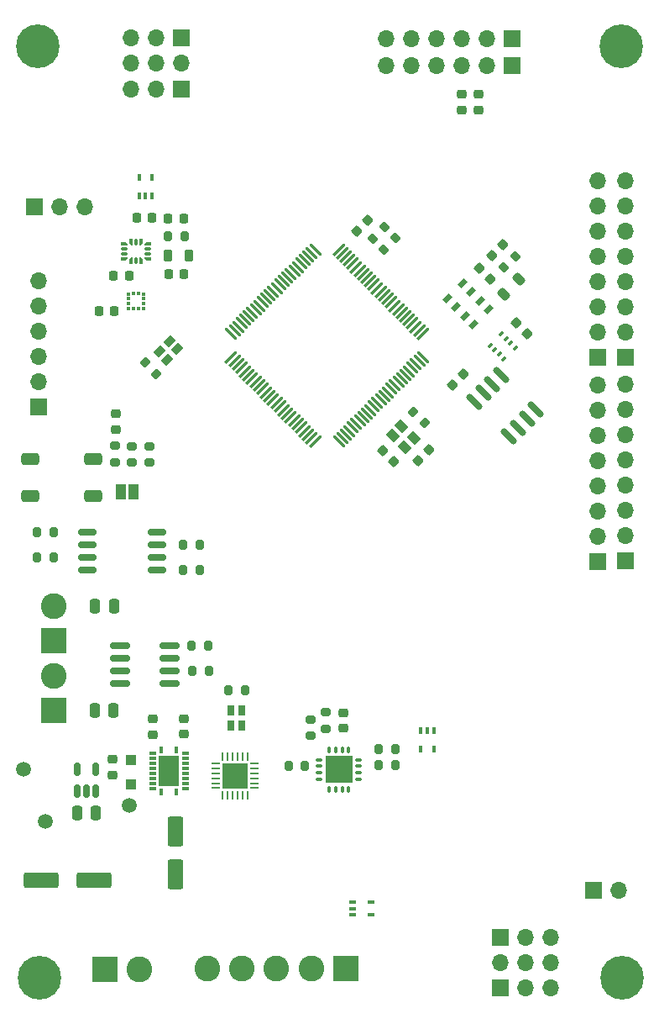
<source format=gbr>
%TF.GenerationSoftware,KiCad,Pcbnew,(6.0.9)*%
%TF.CreationDate,2022-10-31T13:49:51+01:00*%
%TF.ProjectId,marvin_fc_board,6d617276-696e-45f6-9663-5f626f617264,rev?*%
%TF.SameCoordinates,Original*%
%TF.FileFunction,Soldermask,Top*%
%TF.FilePolarity,Negative*%
%FSLAX46Y46*%
G04 Gerber Fmt 4.6, Leading zero omitted, Abs format (unit mm)*
G04 Created by KiCad (PCBNEW (6.0.9)) date 2022-10-31 13:49:51*
%MOMM*%
%LPD*%
G01*
G04 APERTURE LIST*
G04 Aperture macros list*
%AMRoundRect*
0 Rectangle with rounded corners*
0 $1 Rounding radius*
0 $2 $3 $4 $5 $6 $7 $8 $9 X,Y pos of 4 corners*
0 Add a 4 corners polygon primitive as box body*
4,1,4,$2,$3,$4,$5,$6,$7,$8,$9,$2,$3,0*
0 Add four circle primitives for the rounded corners*
1,1,$1+$1,$2,$3*
1,1,$1+$1,$4,$5*
1,1,$1+$1,$6,$7*
1,1,$1+$1,$8,$9*
0 Add four rect primitives between the rounded corners*
20,1,$1+$1,$2,$3,$4,$5,0*
20,1,$1+$1,$4,$5,$6,$7,0*
20,1,$1+$1,$6,$7,$8,$9,0*
20,1,$1+$1,$8,$9,$2,$3,0*%
%AMRotRect*
0 Rectangle, with rotation*
0 The origin of the aperture is its center*
0 $1 length*
0 $2 width*
0 $3 Rotation angle, in degrees counterclockwise*
0 Add horizontal line*
21,1,$1,$2,0,0,$3*%
%AMFreePoly0*
4,1,48,0.036020,0.199191,0.037970,0.199714,0.040958,0.198321,0.057086,0.195477,0.069630,0.184951,0.084467,0.178033,0.290533,-0.028033,0.293203,-0.031847,0.294953,-0.032857,0.296081,-0.035957,0.305473,-0.049370,0.306900,-0.065680,0.312500,-0.081066,0.312500,-0.125000,0.310782,-0.134742,0.311361,-0.138024,0.309695,-0.140910,0.307977,-0.150652,0.295451,-0.165579,0.285709,-0.182453,
0.279350,-0.184767,0.275000,-0.189952,0.255809,-0.193336,0.237500,-0.200000,-0.237500,-0.200000,-0.247242,-0.198282,-0.250524,-0.198861,-0.253410,-0.197195,-0.263152,-0.195477,-0.278079,-0.182951,-0.294953,-0.173209,-0.297267,-0.166850,-0.302452,-0.162500,-0.305836,-0.143309,-0.312500,-0.125000,-0.312500,0.125000,-0.310782,0.134742,-0.311361,0.138024,-0.309695,0.140910,-0.307977,0.150652,
-0.295451,0.165579,-0.285709,0.182453,-0.279350,0.184767,-0.275000,0.189952,-0.255809,0.193336,-0.237500,0.200000,0.031434,0.200000,0.036020,0.199191,0.036020,0.199191,$1*%
%AMFreePoly1*
4,1,48,0.247242,0.198282,0.250524,0.198861,0.253410,0.197195,0.263152,0.195477,0.278079,0.182951,0.294953,0.173209,0.297267,0.166850,0.302452,0.162500,0.305836,0.143309,0.312500,0.125000,0.312500,0.081066,0.311691,0.076480,0.312214,0.074529,0.310820,0.071540,0.307977,0.055414,0.297452,0.042871,0.290533,0.028033,0.084467,-0.178033,0.080653,-0.180703,0.079643,-0.182453,
0.076543,-0.183581,0.063130,-0.192973,0.046819,-0.194400,0.031434,-0.200000,-0.237500,-0.200000,-0.247242,-0.198282,-0.250524,-0.198861,-0.253410,-0.197195,-0.263152,-0.195477,-0.278079,-0.182951,-0.294953,-0.173209,-0.297267,-0.166850,-0.302452,-0.162500,-0.305836,-0.143309,-0.312500,-0.125000,-0.312500,0.125000,-0.310782,0.134742,-0.311361,0.138024,-0.309695,0.140910,-0.307977,0.150652,
-0.295451,0.165579,-0.285709,0.182453,-0.279350,0.184767,-0.275000,0.189952,-0.255809,0.193336,-0.237500,0.200000,0.237500,0.200000,0.247242,0.198282,0.247242,0.198282,$1*%
%AMFreePoly2*
4,1,48,0.134742,0.310782,0.138024,0.311361,0.140910,0.309695,0.150652,0.307977,0.165579,0.295451,0.182453,0.285709,0.184767,0.279350,0.189952,0.275000,0.193336,0.255809,0.200000,0.237500,0.200000,-0.237500,0.198282,-0.247242,0.198861,-0.250524,0.197195,-0.253410,0.195477,-0.263152,0.182951,-0.278079,0.173209,-0.294953,0.166850,-0.297267,0.162500,-0.302452,0.143309,-0.305836,
0.125000,-0.312500,-0.125000,-0.312500,-0.134742,-0.310782,-0.138024,-0.311361,-0.140910,-0.309695,-0.150652,-0.307977,-0.165579,-0.295451,-0.182453,-0.285709,-0.184767,-0.279350,-0.189952,-0.275000,-0.193336,-0.255809,-0.200000,-0.237500,-0.200000,0.031434,-0.199191,0.036020,-0.199714,0.037970,-0.198321,0.040958,-0.195477,0.057086,-0.184951,0.069630,-0.178033,0.084467,0.028033,0.290533,
0.031847,0.293203,0.032857,0.294953,0.035957,0.296081,0.049370,0.305473,0.065680,0.306900,0.081066,0.312500,0.125000,0.312500,0.134742,0.310782,0.134742,0.310782,$1*%
%AMFreePoly3*
4,1,48,-0.076480,0.311691,-0.074530,0.312214,-0.071542,0.310821,-0.055414,0.307977,-0.042870,0.297451,-0.028033,0.290533,0.178033,0.084467,0.180703,0.080653,0.182453,0.079643,0.183581,0.076543,0.192973,0.063130,0.194400,0.046820,0.200000,0.031434,0.200000,-0.237500,0.198282,-0.247242,0.198861,-0.250524,0.197195,-0.253410,0.195477,-0.263152,0.182951,-0.278079,0.173209,-0.294953,
0.166850,-0.297267,0.162500,-0.302452,0.143309,-0.305836,0.125000,-0.312500,-0.125000,-0.312500,-0.134742,-0.310782,-0.138024,-0.311361,-0.140910,-0.309695,-0.150652,-0.307977,-0.165579,-0.295451,-0.182453,-0.285709,-0.184767,-0.279350,-0.189952,-0.275000,-0.193336,-0.255809,-0.200000,-0.237500,-0.200000,0.237500,-0.198282,0.247242,-0.198861,0.250524,-0.197195,0.253410,-0.195477,0.263152,
-0.182951,0.278079,-0.173209,0.294953,-0.166850,0.297267,-0.162500,0.302452,-0.143309,0.305836,-0.125000,0.312500,-0.081066,0.312500,-0.076480,0.311691,-0.076480,0.311691,$1*%
%AMFreePoly4*
4,1,48,0.247242,0.198282,0.250524,0.198861,0.253410,0.197195,0.263152,0.195477,0.278079,0.182951,0.294953,0.173209,0.297267,0.166850,0.302452,0.162500,0.305836,0.143309,0.312500,0.125000,0.312500,-0.125000,0.310782,-0.134742,0.311361,-0.138024,0.309695,-0.140910,0.307977,-0.150652,0.295451,-0.165579,0.285709,-0.182453,0.279350,-0.184767,0.275000,-0.189952,0.255809,-0.193336,
0.237500,-0.200000,-0.031434,-0.200000,-0.036020,-0.199191,-0.037971,-0.199714,-0.040960,-0.198320,-0.057086,-0.195477,-0.069629,-0.184952,-0.084467,-0.178033,-0.290533,0.028033,-0.293203,0.031847,-0.294953,0.032857,-0.296081,0.035957,-0.305473,0.049370,-0.306900,0.065681,-0.312500,0.081066,-0.312500,0.125000,-0.310782,0.134742,-0.311361,0.138024,-0.309695,0.140910,-0.307977,0.150652,
-0.295451,0.165579,-0.285709,0.182453,-0.279350,0.184767,-0.275000,0.189952,-0.255809,0.193336,-0.237500,0.200000,0.237500,0.200000,0.247242,0.198282,0.247242,0.198282,$1*%
%AMFreePoly5*
4,1,48,0.247242,0.198282,0.250524,0.198861,0.253410,0.197195,0.263152,0.195477,0.278079,0.182951,0.294953,0.173209,0.297267,0.166850,0.302452,0.162500,0.305836,0.143309,0.312500,0.125000,0.312500,-0.125000,0.310782,-0.134742,0.311361,-0.138024,0.309695,-0.140910,0.307977,-0.150652,0.295451,-0.165579,0.285709,-0.182453,0.279350,-0.184767,0.275000,-0.189952,0.255809,-0.193336,
0.237500,-0.200000,-0.237500,-0.200000,-0.247242,-0.198282,-0.250524,-0.198861,-0.253410,-0.197195,-0.263152,-0.195477,-0.278079,-0.182951,-0.294953,-0.173209,-0.297267,-0.166850,-0.302452,-0.162500,-0.305836,-0.143309,-0.312500,-0.125000,-0.312500,-0.081066,-0.311691,-0.076480,-0.312214,-0.074530,-0.310821,-0.071542,-0.307977,-0.055414,-0.297451,-0.042870,-0.290533,-0.028033,-0.084467,0.178033,
-0.080653,0.180703,-0.079643,0.182453,-0.076543,0.183581,-0.063130,0.192973,-0.046820,0.194400,-0.031434,0.200000,0.237500,0.200000,0.247242,0.198282,0.247242,0.198282,$1*%
%AMFreePoly6*
4,1,48,0.134742,0.310782,0.138024,0.311361,0.140910,0.309695,0.150652,0.307977,0.165579,0.295451,0.182453,0.285709,0.184767,0.279350,0.189952,0.275000,0.193336,0.255809,0.200000,0.237500,0.200000,-0.031434,0.199191,-0.036020,0.199714,-0.037971,0.198320,-0.040960,0.195477,-0.057086,0.184952,-0.069629,0.178033,-0.084467,-0.028033,-0.290533,-0.031847,-0.293203,-0.032857,-0.294953,
-0.035957,-0.296081,-0.049370,-0.305473,-0.065681,-0.306900,-0.081066,-0.312500,-0.125000,-0.312500,-0.134742,-0.310782,-0.138024,-0.311361,-0.140910,-0.309695,-0.150652,-0.307977,-0.165579,-0.295451,-0.182453,-0.285709,-0.184767,-0.279350,-0.189952,-0.275000,-0.193336,-0.255809,-0.200000,-0.237500,-0.200000,0.237500,-0.198282,0.247242,-0.198861,0.250524,-0.197195,0.253410,-0.195477,0.263152,
-0.182951,0.278079,-0.173209,0.294953,-0.166850,0.297267,-0.162500,0.302452,-0.143309,0.305836,-0.125000,0.312500,0.125000,0.312500,0.134742,0.310782,0.134742,0.310782,$1*%
%AMFreePoly7*
4,1,48,0.134742,0.310782,0.138024,0.311361,0.140910,0.309695,0.150652,0.307977,0.165579,0.295451,0.182453,0.285709,0.184767,0.279350,0.189952,0.275000,0.193336,0.255809,0.200000,0.237500,0.200000,-0.237500,0.198282,-0.247242,0.198861,-0.250524,0.197195,-0.253410,0.195477,-0.263152,0.182951,-0.278079,0.173209,-0.294953,0.166850,-0.297267,0.162500,-0.302452,0.143309,-0.305836,
0.125000,-0.312500,0.081066,-0.312500,0.076480,-0.311691,0.074529,-0.312214,0.071540,-0.310820,0.055414,-0.307977,0.042871,-0.297452,0.028033,-0.290533,-0.178033,-0.084467,-0.180703,-0.080653,-0.182453,-0.079643,-0.183581,-0.076543,-0.192973,-0.063130,-0.194400,-0.046819,-0.200000,-0.031434,-0.200000,0.237500,-0.198282,0.247242,-0.198861,0.250524,-0.197195,0.253410,-0.195477,0.263152,
-0.182951,0.278079,-0.173209,0.294953,-0.166850,0.297267,-0.162500,0.302452,-0.143309,0.305836,-0.125000,0.312500,0.125000,0.312500,0.134742,0.310782,0.134742,0.310782,$1*%
G04 Aperture macros list end*
%ADD10RoundRect,0.225000X-0.250000X0.225000X-0.250000X-0.225000X0.250000X-0.225000X0.250000X0.225000X0*%
%ADD11RoundRect,0.300000X-0.600000X-0.300000X0.600000X-0.300000X0.600000X0.300000X-0.600000X0.300000X0*%
%ADD12RoundRect,0.300450X-0.600149X-0.300449X0.600149X-0.300449X0.600149X0.300449X-0.600149X0.300449X0*%
%ADD13RoundRect,0.225000X-0.335876X-0.017678X-0.017678X-0.335876X0.335876X0.017678X0.017678X0.335876X0*%
%ADD14C,0.700000*%
%ADD15C,4.400000*%
%ADD16RoundRect,0.225000X0.335876X0.017678X0.017678X0.335876X-0.335876X-0.017678X-0.017678X-0.335876X0*%
%ADD17RoundRect,0.200000X-0.053033X0.335876X-0.335876X0.053033X0.053033X-0.335876X0.335876X-0.053033X0*%
%ADD18RoundRect,0.225000X0.017678X-0.335876X0.335876X-0.017678X-0.017678X0.335876X-0.335876X0.017678X0*%
%ADD19O,0.350000X0.800000*%
%ADD20O,0.800000X0.350000*%
%ADD21R,2.700000X2.700000*%
%ADD22R,1.700000X1.700000*%
%ADD23O,1.700000X1.700000*%
%ADD24RoundRect,0.200000X0.200000X0.275000X-0.200000X0.275000X-0.200000X-0.275000X0.200000X-0.275000X0*%
%ADD25RoundRect,0.200000X-0.275000X0.200000X-0.275000X-0.200000X0.275000X-0.200000X0.275000X0.200000X0*%
%ADD26RoundRect,0.218750X-0.256250X0.218750X-0.256250X-0.218750X0.256250X-0.218750X0.256250X0.218750X0*%
%ADD27RoundRect,0.200000X-0.200000X-0.275000X0.200000X-0.275000X0.200000X0.275000X-0.200000X0.275000X0*%
%ADD28R,0.400000X0.650000*%
%ADD29R,2.600000X2.600000*%
%ADD30C,2.600000*%
%ADD31RoundRect,0.225000X0.250000X-0.225000X0.250000X0.225000X-0.250000X0.225000X-0.250000X-0.225000X0*%
%ADD32RoundRect,0.218750X0.218750X0.381250X-0.218750X0.381250X-0.218750X-0.381250X0.218750X-0.381250X0*%
%ADD33RoundRect,0.150000X-0.800000X-0.150000X0.800000X-0.150000X0.800000X0.150000X-0.800000X0.150000X0*%
%ADD34RoundRect,0.250000X-0.550000X1.250000X-0.550000X-1.250000X0.550000X-1.250000X0.550000X1.250000X0*%
%ADD35RoundRect,0.150000X-0.689429X0.477297X0.477297X-0.689429X0.689429X-0.477297X-0.477297X0.689429X0*%
%ADD36RoundRect,0.225000X-0.225000X-0.250000X0.225000X-0.250000X0.225000X0.250000X-0.225000X0.250000X0*%
%ADD37RoundRect,0.002400X-0.117600X-0.297600X0.117600X-0.297600X0.117600X0.297600X-0.117600X0.297600X0*%
%ADD38RoundRect,0.002400X-0.297600X-0.117600X0.297600X-0.117600X0.297600X0.117600X-0.297600X0.117600X0*%
%ADD39R,2.050000X3.050000*%
%ADD40RotRect,1.100000X0.900000X315.000000*%
%ADD41R,0.375000X0.350000*%
%ADD42R,0.350000X0.375000*%
%ADD43RotRect,0.500000X0.350000X225.000000*%
%ADD44RotRect,1.000000X0.800000X45.000000*%
%ADD45RoundRect,0.200000X0.335876X0.053033X0.053033X0.335876X-0.335876X-0.053033X-0.053033X-0.335876X0*%
%ADD46RoundRect,0.250000X-0.250000X-0.475000X0.250000X-0.475000X0.250000X0.475000X-0.250000X0.475000X0*%
%ADD47RoundRect,0.150000X0.150000X-0.512500X0.150000X0.512500X-0.150000X0.512500X-0.150000X-0.512500X0*%
%ADD48R,1.000000X1.000000*%
%ADD49FreePoly0,0.000000*%
%ADD50RoundRect,0.100000X-0.212500X-0.100000X0.212500X-0.100000X0.212500X0.100000X-0.212500X0.100000X0*%
%ADD51FreePoly1,0.000000*%
%ADD52FreePoly2,0.000000*%
%ADD53RoundRect,0.100000X-0.100000X-0.212500X0.100000X-0.212500X0.100000X0.212500X-0.100000X0.212500X0*%
%ADD54FreePoly3,0.000000*%
%ADD55FreePoly4,0.000000*%
%ADD56FreePoly5,0.000000*%
%ADD57FreePoly6,0.000000*%
%ADD58FreePoly7,0.000000*%
%ADD59C,1.500000*%
%ADD60RoundRect,0.218750X-0.114905X0.424264X-0.424264X0.114905X0.114905X-0.424264X0.424264X-0.114905X0*%
%ADD61RoundRect,0.200000X0.053033X-0.335876X0.335876X-0.053033X-0.053033X0.335876X-0.335876X0.053033X0*%
%ADD62RoundRect,0.250000X1.500000X0.550000X-1.500000X0.550000X-1.500000X-0.550000X1.500000X-0.550000X0*%
%ADD63RoundRect,0.225000X-0.017678X0.335876X-0.335876X0.017678X0.017678X-0.335876X0.335876X-0.017678X0*%
%ADD64RoundRect,0.225000X0.225000X0.250000X-0.225000X0.250000X-0.225000X-0.250000X0.225000X-0.250000X0*%
%ADD65R,0.800000X1.000000*%
%ADD66RoundRect,0.075000X0.565685X-0.459619X-0.459619X0.565685X-0.565685X0.459619X0.459619X-0.565685X0*%
%ADD67RoundRect,0.075000X0.565685X0.459619X0.459619X0.565685X-0.565685X-0.459619X-0.459619X-0.565685X0*%
%ADD68RoundRect,0.062500X-0.350000X-0.062500X0.350000X-0.062500X0.350000X0.062500X-0.350000X0.062500X0*%
%ADD69RoundRect,0.062500X-0.062500X-0.350000X0.062500X-0.350000X0.062500X0.350000X-0.062500X0.350000X0*%
%ADD70RotRect,0.950000X0.550000X225.000000*%
%ADD71R,1.000000X1.500000*%
%ADD72RoundRect,0.150000X0.825000X0.150000X-0.825000X0.150000X-0.825000X-0.150000X0.825000X-0.150000X0*%
%ADD73R,0.650000X0.400000*%
G04 APERTURE END LIST*
D10*
%TO.C,C17*%
X104013000Y-128892000D03*
X104013000Y-130442000D03*
%TD*%
D11*
%TO.C,SW1*%
X102140000Y-98600000D03*
X95740000Y-102400000D03*
D12*
X95740000Y-98600000D03*
D11*
X102140000Y-102400000D03*
%TD*%
D13*
%TO.C,C13*%
X144753862Y-84890506D03*
X145849878Y-85986522D03*
%TD*%
D14*
%TO.C,REF\u002A\u002A*%
X157060000Y-150840000D03*
D15*
X155410000Y-150840000D03*
D14*
X155410000Y-149190000D03*
X155410000Y-152490000D03*
X153760000Y-150840000D03*
X154243274Y-152006726D03*
X156576726Y-152006726D03*
X156576726Y-149673274D03*
X154243274Y-149673274D03*
%TD*%
D16*
%TO.C,C1*%
X132399408Y-98871408D03*
X131303392Y-97775392D03*
%TD*%
D17*
%TO.C,R38*%
X132587163Y-76378637D03*
X131420437Y-77545363D03*
%TD*%
D18*
%TO.C,C2*%
X134910192Y-98795208D03*
X136006208Y-97699192D03*
%TD*%
D19*
%TO.C,U8*%
X127873400Y-127895600D03*
X127223400Y-127895600D03*
X126573400Y-127895600D03*
X125923400Y-127895600D03*
D20*
X124898400Y-128920600D03*
X124898400Y-129570600D03*
X124898400Y-130220600D03*
X124898400Y-130870600D03*
D19*
X125923400Y-131895600D03*
X126573400Y-131895600D03*
X127223400Y-131895600D03*
X127873400Y-131895600D03*
D20*
X128898400Y-130870600D03*
X128898400Y-130220600D03*
X128898400Y-129570600D03*
X128898400Y-128920600D03*
D21*
X126898400Y-129895600D03*
%TD*%
D22*
%TO.C,J3*%
X155780000Y-108910000D03*
D23*
X155780000Y-106370000D03*
X155780000Y-103830000D03*
X155780000Y-101290000D03*
X155780000Y-98750000D03*
X155780000Y-96210000D03*
X155780000Y-93670000D03*
X155780000Y-91130000D03*
%TD*%
D24*
%TO.C,R24*%
X132549400Y-129489200D03*
X130899400Y-129489200D03*
%TD*%
D25*
%TO.C,R28*%
X124002800Y-124854200D03*
X124002800Y-126504200D03*
%TD*%
D17*
%TO.C,R37*%
X131470400Y-75260200D03*
X130303674Y-76426926D03*
%TD*%
D26*
%TO.C,F1*%
X141000000Y-61912500D03*
X141000000Y-63487500D03*
%TD*%
D27*
%TO.C,R44*%
X111174800Y-107296600D03*
X112824800Y-107296600D03*
%TD*%
D28*
%TO.C,U18*%
X106741200Y-72146200D03*
X107391200Y-72146200D03*
X108041200Y-72146200D03*
X108041200Y-70246200D03*
X106741200Y-70246200D03*
%TD*%
D29*
%TO.C,J18*%
X98154444Y-123960136D03*
D30*
X98154444Y-120460136D03*
%TD*%
D14*
%TO.C,REF\u002A\u002A*%
X155340000Y-58700000D03*
D15*
X155340000Y-57050000D03*
D14*
X154173274Y-55883274D03*
X154173274Y-58216726D03*
X156990000Y-57050000D03*
X153690000Y-57050000D03*
X156506726Y-58216726D03*
X156506726Y-55883274D03*
X155340000Y-55400000D03*
%TD*%
D31*
%TO.C,C22*%
X127355600Y-125743000D03*
X127355600Y-124193000D03*
%TD*%
D32*
%TO.C,FB1*%
X111785000Y-78120000D03*
X109660000Y-78120000D03*
%TD*%
D22*
%TO.C,J4*%
X143134994Y-151874998D03*
D23*
X143134994Y-149334998D03*
X145674994Y-151874998D03*
X145674994Y-149334998D03*
X148214994Y-151874998D03*
X148214994Y-149334998D03*
%TD*%
D27*
%TO.C,R40*%
X96442800Y-108566600D03*
X98092800Y-108566600D03*
%TD*%
D22*
%TO.C,J1*%
X96560000Y-93400000D03*
D23*
X96560000Y-90860000D03*
X96560000Y-88320000D03*
X96560000Y-85780000D03*
X96560000Y-83240000D03*
X96560000Y-80700000D03*
%TD*%
D16*
%TO.C,C32*%
X142109878Y-80546522D03*
X141013862Y-79450506D03*
%TD*%
D33*
%TO.C,U13*%
X101514800Y-106026600D03*
X101514800Y-107296600D03*
X101514800Y-108566600D03*
X101514800Y-109836600D03*
X108514800Y-109836600D03*
X108514800Y-108566600D03*
X108514800Y-107296600D03*
X108514800Y-106026600D03*
%TD*%
D25*
%TO.C,R7*%
X107790000Y-97335000D03*
X107790000Y-98985000D03*
%TD*%
D34*
%TO.C,C19*%
X110363000Y-136103000D03*
X110363000Y-140503000D03*
%TD*%
D22*
%TO.C,J7*%
X155770000Y-88390000D03*
D23*
X155770000Y-85850000D03*
X155770000Y-83310000D03*
X155770000Y-80770000D03*
X155770000Y-78230000D03*
X155770000Y-75690000D03*
X155770000Y-73150000D03*
X155770000Y-70610000D03*
%TD*%
D35*
%TO.C,U11*%
X143233949Y-90171672D03*
X142335924Y-91069698D03*
X141437898Y-91967724D03*
X140539872Y-92865749D03*
X144040051Y-96365928D03*
X144938076Y-95467902D03*
X145836102Y-94569876D03*
X146734128Y-93671851D03*
%TD*%
D25*
%TO.C,R26*%
X125571000Y-124155200D03*
X125571000Y-125805200D03*
%TD*%
D36*
%TO.C,C11*%
X106465000Y-74370000D03*
X108015000Y-74370000D03*
%TD*%
D37*
%TO.C,U10*%
X109003400Y-127906500D03*
D38*
X108103400Y-128306500D03*
X108103400Y-128806500D03*
X108103400Y-129306500D03*
X108103400Y-129806500D03*
X108103400Y-130306500D03*
X108103400Y-130806500D03*
X108103400Y-131306500D03*
X108103400Y-131806500D03*
D37*
X109003400Y-132206500D03*
X110503400Y-132206500D03*
D38*
X111403400Y-131806500D03*
X111403400Y-131306500D03*
X111403400Y-130806500D03*
X111403400Y-130306500D03*
X111403400Y-129806500D03*
X111403400Y-129306500D03*
X111403400Y-128806500D03*
X111403400Y-128306500D03*
D37*
X110503400Y-127906500D03*
D39*
X109753400Y-130056500D03*
%TD*%
D40*
%TO.C,Y1*%
X132289340Y-96226179D03*
X133491421Y-97428260D03*
X134410660Y-96509021D03*
X133208579Y-95306940D03*
%TD*%
D22*
%TO.C,J2*%
X153030000Y-108930000D03*
D23*
X153030000Y-106390000D03*
X153030000Y-103850000D03*
X153030000Y-101310000D03*
X153030000Y-98770000D03*
X153030000Y-96230000D03*
X153030000Y-93690000D03*
X153030000Y-91150000D03*
%TD*%
D25*
%TO.C,R8*%
X106030000Y-97345000D03*
X106030000Y-98995000D03*
%TD*%
D27*
%TO.C,R32*%
X115750400Y-121905600D03*
X117400400Y-121905600D03*
%TD*%
D14*
%TO.C,REF\u002A\u002A*%
X97656726Y-58206726D03*
X96490000Y-58690000D03*
X95323274Y-58206726D03*
X95323274Y-55873274D03*
X94840000Y-57040000D03*
X97656726Y-55873274D03*
X98140000Y-57040000D03*
D15*
X96490000Y-57040000D03*
D14*
X96490000Y-55390000D03*
%TD*%
D41*
%TO.C,U4*%
X105638100Y-82003200D03*
X105638100Y-82503200D03*
X105638100Y-83003200D03*
X105638100Y-83503200D03*
D42*
X106150600Y-83515700D03*
X106650600Y-83515700D03*
D41*
X107163100Y-83503200D03*
X107163100Y-83003200D03*
X107163100Y-82503200D03*
X107163100Y-82003200D03*
D42*
X106650600Y-81990700D03*
X106150600Y-81990700D03*
%TD*%
D29*
%TO.C,J17*%
X98129444Y-116950136D03*
D30*
X98129444Y-113450136D03*
%TD*%
D24*
%TO.C,R22*%
X123481600Y-129565400D03*
X121831600Y-129565400D03*
%TD*%
D29*
%TO.C,J12*%
X103275000Y-150045000D03*
D30*
X106775000Y-150045000D03*
%TD*%
D43*
%TO.C,U2*%
X143525614Y-88553629D03*
X143065994Y-88094009D03*
X142606375Y-87634390D03*
X142146755Y-87174770D03*
X143278126Y-86043399D03*
X143737746Y-86503019D03*
X144197365Y-86962638D03*
X144656985Y-87422258D03*
%TD*%
D44*
%TO.C,D1*%
X108760761Y-87841421D03*
X109821421Y-86780761D03*
X110599239Y-87558579D03*
X109538579Y-88619239D03*
%TD*%
D28*
%TO.C,U17*%
X136450000Y-125975000D03*
X135800000Y-125975000D03*
X135150000Y-125975000D03*
X135150000Y-127875000D03*
X136450000Y-127875000D03*
%TD*%
D45*
%TO.C,R5*%
X108483363Y-90083363D03*
X107316637Y-88916637D03*
%TD*%
D22*
%TO.C,J5*%
X110990000Y-56260000D03*
D23*
X110990000Y-58800000D03*
X108450000Y-56260000D03*
X108450000Y-58800000D03*
X105910000Y-56260000D03*
X105910000Y-58800000D03*
%TD*%
D46*
%TO.C,C38*%
X102314800Y-113481600D03*
X104214800Y-113481600D03*
%TD*%
D47*
%TO.C,U6*%
X100457000Y-132115500D03*
X101407000Y-132115500D03*
X102357000Y-132115500D03*
X102357000Y-129840500D03*
X100457000Y-129840500D03*
%TD*%
D48*
%TO.C,D2*%
X105918000Y-131425000D03*
X105918000Y-128925000D03*
%TD*%
D36*
%TO.C,C10*%
X102675000Y-83750000D03*
X104225000Y-83750000D03*
%TD*%
D26*
%TO.C,F2*%
X139300000Y-61912500D03*
X139300000Y-63487500D03*
%TD*%
D24*
%TO.C,R25*%
X132549400Y-127863600D03*
X130899400Y-127863600D03*
%TD*%
D46*
%TO.C,C39*%
X102275000Y-123925000D03*
X104175000Y-123925000D03*
%TD*%
D27*
%TO.C,R42*%
X112103400Y-119938800D03*
X113753400Y-119938800D03*
%TD*%
D49*
%TO.C,U3*%
X105277500Y-76990000D03*
D50*
X105277500Y-77490000D03*
X105277500Y-77990000D03*
D51*
X105277500Y-78490000D03*
D52*
X105940000Y-78652500D03*
D53*
X106440000Y-78652500D03*
D54*
X106940000Y-78652500D03*
D55*
X107602500Y-78490000D03*
D50*
X107602500Y-77990000D03*
X107602500Y-77490000D03*
D56*
X107602500Y-76990000D03*
D57*
X106940000Y-76827500D03*
D53*
X106440000Y-76827500D03*
D58*
X105940000Y-76827500D03*
%TD*%
D59*
%TO.C,TP1*%
X105714800Y-133553200D03*
%TD*%
D60*
%TO.C,FB2*%
X145043171Y-80527212D03*
X143540569Y-82029814D03*
%TD*%
D22*
%TO.C,J6*%
X153030000Y-88390000D03*
D23*
X153030000Y-85850000D03*
X153030000Y-83310000D03*
X153030000Y-80770000D03*
X153030000Y-78230000D03*
X153030000Y-75690000D03*
X153030000Y-73150000D03*
X153030000Y-70610000D03*
%TD*%
D61*
%TO.C,R36*%
X143498506Y-79371878D03*
X144665232Y-78205152D03*
%TD*%
D62*
%TO.C,C18*%
X102217200Y-141071600D03*
X96817200Y-141071600D03*
%TD*%
D59*
%TO.C,TP3*%
X95097600Y-129844800D03*
%TD*%
D22*
%TO.C,J8*%
X143135000Y-146790000D03*
D23*
X145675000Y-146790000D03*
X148215000Y-146790000D03*
%TD*%
D36*
%TO.C,C30*%
X109705000Y-79990000D03*
X111255000Y-79990000D03*
%TD*%
D22*
%TO.C,J15*%
X96205000Y-73260000D03*
D23*
X98745000Y-73260000D03*
X101285000Y-73260000D03*
%TD*%
D22*
%TO.C,J9*%
X110990000Y-61345000D03*
D23*
X108450000Y-61345000D03*
X105910000Y-61345000D03*
%TD*%
D63*
%TO.C,C5*%
X129798008Y-74601992D03*
X128701992Y-75698008D03*
%TD*%
D27*
%TO.C,R43*%
X96442800Y-106026600D03*
X98092800Y-106026600D03*
%TD*%
%TO.C,R41*%
X111174800Y-109836600D03*
X112824800Y-109836600D03*
%TD*%
D64*
%TO.C,C12*%
X105725000Y-80200000D03*
X104175000Y-80200000D03*
%TD*%
%TO.C,C31*%
X111225000Y-74390000D03*
X109675000Y-74390000D03*
%TD*%
D14*
%TO.C,REF\u002A\u002A*%
X97813726Y-152042726D03*
X97813726Y-149709274D03*
X98297000Y-150876000D03*
X95480274Y-149709274D03*
X95480274Y-152042726D03*
X94997000Y-150876000D03*
X96647000Y-149226000D03*
X96647000Y-152526000D03*
D15*
X96647000Y-150876000D03*
%TD*%
D46*
%TO.C,C28*%
X100457000Y-134239000D03*
X102357000Y-134239000D03*
%TD*%
D31*
%TO.C,C29*%
X108102400Y-126378000D03*
X108102400Y-124828000D03*
%TD*%
%TO.C,C9*%
X104414800Y-95656600D03*
X104414800Y-94106600D03*
%TD*%
D27*
%TO.C,R39*%
X112052600Y-117398800D03*
X113702600Y-117398800D03*
%TD*%
%TO.C,R33*%
X109645000Y-76200000D03*
X111295000Y-76200000D03*
%TD*%
D45*
%TO.C,R2*%
X135533563Y-95020563D03*
X134366837Y-93853837D03*
%TD*%
D65*
%TO.C,D7*%
X117100000Y-123975000D03*
X117100000Y-125475000D03*
X116000000Y-125475000D03*
X116000000Y-123975000D03*
%TD*%
D66*
%TO.C,U1*%
X126874404Y-96869685D03*
X127227957Y-96516132D03*
X127581511Y-96162578D03*
X127935064Y-95809025D03*
X128288617Y-95455472D03*
X128642171Y-95101918D03*
X128995724Y-94748365D03*
X129349278Y-94394811D03*
X129702831Y-94041258D03*
X130056384Y-93687705D03*
X130409938Y-93334151D03*
X130763491Y-92980598D03*
X131117045Y-92627045D03*
X131470598Y-92273491D03*
X131824151Y-91919938D03*
X132177705Y-91566384D03*
X132531258Y-91212831D03*
X132884811Y-90859278D03*
X133238365Y-90505724D03*
X133591918Y-90152171D03*
X133945472Y-89798617D03*
X134299025Y-89445064D03*
X134652578Y-89091511D03*
X135006132Y-88737957D03*
X135359685Y-88384404D03*
D67*
X135359685Y-86015596D03*
X135006132Y-85662043D03*
X134652578Y-85308489D03*
X134299025Y-84954936D03*
X133945472Y-84601383D03*
X133591918Y-84247829D03*
X133238365Y-83894276D03*
X132884811Y-83540722D03*
X132531258Y-83187169D03*
X132177705Y-82833616D03*
X131824151Y-82480062D03*
X131470598Y-82126509D03*
X131117045Y-81772955D03*
X130763491Y-81419402D03*
X130409938Y-81065849D03*
X130056384Y-80712295D03*
X129702831Y-80358742D03*
X129349278Y-80005189D03*
X128995724Y-79651635D03*
X128642171Y-79298082D03*
X128288617Y-78944528D03*
X127935064Y-78590975D03*
X127581511Y-78237422D03*
X127227957Y-77883868D03*
X126874404Y-77530315D03*
D66*
X124505596Y-77530315D03*
X124152043Y-77883868D03*
X123798489Y-78237422D03*
X123444936Y-78590975D03*
X123091383Y-78944528D03*
X122737829Y-79298082D03*
X122384276Y-79651635D03*
X122030722Y-80005189D03*
X121677169Y-80358742D03*
X121323616Y-80712295D03*
X120970062Y-81065849D03*
X120616509Y-81419402D03*
X120262955Y-81772955D03*
X119909402Y-82126509D03*
X119555849Y-82480062D03*
X119202295Y-82833616D03*
X118848742Y-83187169D03*
X118495189Y-83540722D03*
X118141635Y-83894276D03*
X117788082Y-84247829D03*
X117434528Y-84601383D03*
X117080975Y-84954936D03*
X116727422Y-85308489D03*
X116373868Y-85662043D03*
X116020315Y-86015596D03*
D67*
X116020315Y-88384404D03*
X116373868Y-88737957D03*
X116727422Y-89091511D03*
X117080975Y-89445064D03*
X117434528Y-89798617D03*
X117788082Y-90152171D03*
X118141635Y-90505724D03*
X118495189Y-90859278D03*
X118848742Y-91212831D03*
X119202295Y-91566384D03*
X119555849Y-91919938D03*
X119909402Y-92273491D03*
X120262955Y-92627045D03*
X120616509Y-92980598D03*
X120970062Y-93334151D03*
X121323616Y-93687705D03*
X121677169Y-94041258D03*
X122030722Y-94394811D03*
X122384276Y-94748365D03*
X122737829Y-95101918D03*
X123091383Y-95455472D03*
X123444936Y-95809025D03*
X123798489Y-96162578D03*
X124152043Y-96516132D03*
X124505596Y-96869685D03*
%TD*%
D22*
%TO.C,J13*%
X152575000Y-142080000D03*
D23*
X155115000Y-142080000D03*
%TD*%
D22*
%TO.C,J10*%
X144367000Y-56320000D03*
D23*
X141827000Y-56320000D03*
X139287000Y-56320000D03*
X136747000Y-56320000D03*
X134207000Y-56320000D03*
X131667000Y-56320000D03*
%TD*%
D63*
%TO.C,C35*%
X139455008Y-90110792D03*
X138358992Y-91206808D03*
%TD*%
D68*
%TO.C,U9*%
X114474700Y-129280600D03*
X114474700Y-129780600D03*
X114474700Y-130280600D03*
X114474700Y-130780600D03*
X114474700Y-131280600D03*
X114474700Y-131780600D03*
D69*
X115162200Y-132468100D03*
X115662200Y-132468100D03*
X116162200Y-132468100D03*
X116662200Y-132468100D03*
X117162200Y-132468100D03*
X117662200Y-132468100D03*
D68*
X118349700Y-131780600D03*
X118349700Y-131280600D03*
X118349700Y-130780600D03*
X118349700Y-130280600D03*
X118349700Y-129780600D03*
X118349700Y-129280600D03*
D69*
X117662200Y-128593100D03*
X117162200Y-128593100D03*
X116662200Y-128593100D03*
X116162200Y-128593100D03*
X115662200Y-128593100D03*
X115162200Y-128593100D03*
D29*
X116412200Y-130530600D03*
%TD*%
D70*
%TO.C,U5*%
X141987835Y-83584199D03*
X141103952Y-82700316D03*
X140220068Y-81816432D03*
X139336185Y-80932549D03*
X137815905Y-82452829D03*
X138699788Y-83336712D03*
X139583672Y-84220596D03*
X140467555Y-85104479D03*
%TD*%
D71*
%TO.C,JP2*%
X106200000Y-101940000D03*
X104900000Y-101940000D03*
%TD*%
D29*
%TO.C,J14*%
X127590000Y-149980000D03*
D30*
X124090000Y-149980000D03*
X120590000Y-149980000D03*
X117090000Y-149980000D03*
X113590000Y-149980000D03*
%TD*%
D59*
%TO.C,TP2*%
X97282000Y-135128000D03*
%TD*%
D72*
%TO.C,Q4*%
X109787444Y-121204136D03*
X109787444Y-119934136D03*
X109787444Y-118664136D03*
X109787444Y-117394136D03*
X104837444Y-117394136D03*
X104837444Y-118664136D03*
X104837444Y-119934136D03*
X104837444Y-121204136D03*
%TD*%
D25*
%TO.C,R6*%
X104330000Y-97320000D03*
X104330000Y-98970000D03*
%TD*%
D73*
%TO.C,U16*%
X128234400Y-143241000D03*
X128234400Y-143891000D03*
X128234400Y-144541000D03*
X130134400Y-144541000D03*
X130134400Y-143241000D03*
%TD*%
D22*
%TO.C,J11*%
X144370000Y-58980000D03*
D23*
X141830000Y-58980000D03*
X139290000Y-58980000D03*
X136750000Y-58980000D03*
X134210000Y-58980000D03*
X131670000Y-58980000D03*
%TD*%
D31*
%TO.C,C27*%
X111226600Y-126327200D03*
X111226600Y-124777200D03*
%TD*%
D63*
%TO.C,C33*%
X143429878Y-77060506D03*
X142333862Y-78156522D03*
%TD*%
M02*

</source>
